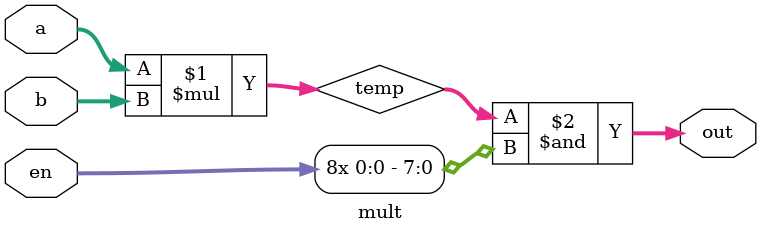
<source format=v>
`timescale 1ns / 1ps


module	mult(input	en,	input	[3:0]	a,	input	[3:0]	b,	output[7:0]	out);
   
    wire [7:0] temp;  

    assign temp = a * b;

   assign out = temp & {8{en}}; 
   
  
endmodule

</source>
